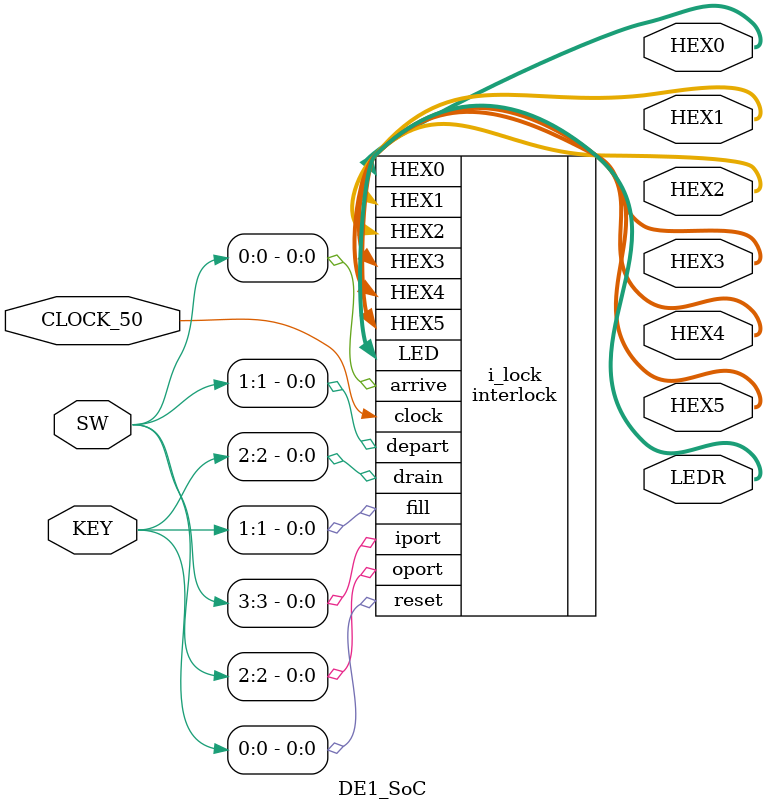
<source format=v>
module DE1_SoC (CLOCK_50, HEX0, HEX1, HEX2, HEX3, HEX4, HEX5, KEY, LEDR, SW); 
 input CLOCK_50; //50Mhz clock
 output [6:0] HEX0, HEX1, HEX2, HEX3, HEX4, HEX5; 
 output [9:0] LEDR; 
 input [3:0] KEY; 
 input [9:0] SW; 
 
 interlock i_lock(.LED(LEDR), .HEX0(HEX0), .HEX1(HEX1), .HEX2(HEX2), .HEX3(HEX3), .HEX4(HEX4), .HEX5(HEX5), .arrive(SW[0]), .depart(SW[1]),
						.fill(KEY[1]), .drain(KEY[2]), .iport(SW[3]), .oport(SW[2]), .reset(KEY[0]), .clock(CLOCK_50));
 //diff_pressure(diff, key, clk, reset);
 //limit_pressure (limit, key, clk, reset);
 endmodule
 
</source>
